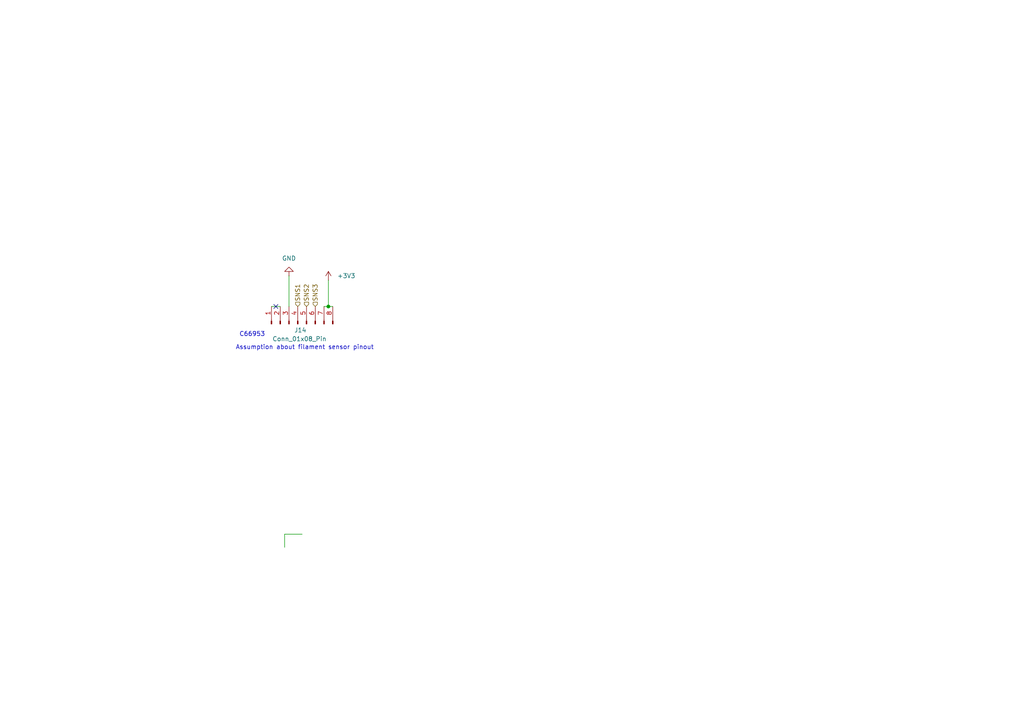
<source format=kicad_sch>
(kicad_sch (version 20250114) (generator "eeschema") (generator_version "9.0")
  (paper "A4")
  (lib_symbols
    (symbol "Connector:Conn_01x08_Pin" (pin_names (offset 1.016) (hide yes))
      (property "Reference" "J" (at 0 10.16 0))
      (property "Value" "Conn_01x08_Pin" (at 0 -12.7 0))
      (symbol "Conn_01x08_Pin_1_1"
        (rectangle (start 0.8636 7.747) (end 0 7.493) (stroke (width 0.1524)) (fill (type outline)))
        (rectangle (start 0.8636 5.207) (end 0 4.953) (stroke (width 0.1524)) (fill (type outline)))
        (rectangle (start 0.8636 2.667) (end 0 2.413) (stroke (width 0.1524)) (fill (type outline)))
        (rectangle (start 0.8636 0.127) (end 0 -0.127) (stroke (width 0.1524)) (fill (type outline)))
        (rectangle (start 0.8636 -2.413) (end 0 -2.667) (stroke (width 0.1524)) (fill (type outline)))
        (rectangle (start 0.8636 -4.953) (end 0 -5.207) (stroke (width 0.1524)) (fill (type outline)))
        (rectangle (start 0.8636 -7.493) (end 0 -7.747) (stroke (width 0.1524)) (fill (type outline)))
        (rectangle (start 0.8636 -10.033) (end 0 -10.287) (stroke (width 0.1524)) (fill (type outline)))
        (polyline (pts (xy 1.27 7.62) (xy 0.8636 7.62)) (stroke (width 0.1524)))
        (polyline (pts (xy 1.27 5.08) (xy 0.8636 5.08)) (stroke (width 0.1524)))
        (polyline (pts (xy 1.27 2.54) (xy 0.8636 2.54)) (stroke (width 0.1524)))
        (polyline (pts (xy 1.27 0) (xy 0.8636 0)) (stroke (width 0.1524)))
        (polyline (pts (xy 1.27 -2.54) (xy 0.8636 -2.54)) (stroke (width 0.1524)))
        (polyline (pts (xy 1.27 -5.08) (xy 0.8636 -5.08)) (stroke (width 0.1524)))
        (polyline (pts (xy 1.27 -7.62) (xy 0.8636 -7.62)) (stroke (width 0.1524)))
        (polyline (pts (xy 1.27 -10.16) (xy 0.8636 -10.16)) (stroke (width 0.1524)))
        (pin passive line (at 5.08 7.62 180) (length 3.81) (name "Pin_1") (number "1"))
        (pin passive line (at 5.08 5.08 180) (length 3.81) (name "Pin_2") (number "2"))
        (pin passive line (at 5.08 2.54 180) (length 3.81) (name "Pin_3") (number "3"))
        (pin passive line (at 5.08 0 180) (length 3.81) (name "Pin_4") (number "4"))
        (pin passive line (at 5.08 -2.54 180) (length 3.81) (name "Pin_5") (number "5"))
        (pin passive line (at 5.08 -5.08 180) (length 3.81) (name "Pin_6") (number "6"))
        (pin passive line (at 5.08 -7.62 180) (length 3.81) (name "Pin_7") (number "7"))
        (pin passive line (at 5.08 -10.16 180) (length 3.81) (name "Pin_8") (number "8"))
      )
    )
    (symbol "power:+3V3" (power) (pin_numbers (hide yes)) (pin_names (offset 0) (hide yes))
      (property "Value" "+3V3" (at 0 3.556 0))
      (symbol "+3V3_0_1"
        (polyline (pts (xy -0.762 1.27) (xy 0 2.54)))
        (polyline (pts (xy 0 2.54) (xy 0.762 1.27)))
        (polyline (pts (xy 0 0) (xy 0 2.54)))
      )
      (symbol "+3V3_1_1"
        (pin power_in line (at 0 0 90) (length 0) (name "~") (number "1"))
      )
    )
    (symbol "power:GND" (power) (pin_numbers (hide yes)) (pin_names (offset 0) (hide yes))
      (property "Value" "GND" (at 0 -3.81 0))
      (symbol "GND_0_1"
        (polyline (pts (xy 0 0) (xy 0 -1.27) (xy 1.27 -1.27) (xy 0 -2.54) (xy -1.27 -1.27) (xy 0 -1.27)))
      )
      (symbol "GND_1_1"
        (pin power_in line (at 0 0 270) (length 0) (name "~") (number "1"))
      )
    )
  )
  (text "C66953" (at 73.152 97.028 0) (effects (font (size 1.27 1.27))))
  (text "Assumption about filament sensor pinout" (at 88.392 100.838 0) (effects (font (size 1.27 1.27))))
  (junction (at 95.25 88.9))
  (no_connect (at 80.01 88.9))
  (wire (pts (xy 95.25 88.9) (xy 96.52 88.9)))
  (wire (pts (xy 87.63 154.94) (xy 82.55 154.94)))
  (wire (pts (xy 93.98 88.9) (xy 95.25 88.9)))
  (wire (pts (xy 95.25 81.28) (xy 95.25 88.9)))
  (wire (pts (xy 78.74 88.9) (xy 81.28 88.9)))
  (wire (pts (xy 82.55 154.94) (xy 82.55 158.75)))
  (wire (pts (xy 83.82 88.9) (xy 83.82 80.01)))
  (hierarchical_label "SNS2" (shape input) (at 88.9 88.9 90))
  (hierarchical_label "SNS3" (shape input) (at 91.44 88.9 90))
  (hierarchical_label "SNS1" (shape input) (at 86.36 88.9 90))
  (symbol (lib_id "power:+3V3") (at 95.25 81.28 0) (unit 1)
    (property "Reference" "#PWR061" (effects (hide yes)))
    (property "Value" "+3V3" (at 97.79 80.0099 0) (effects (justify left)))
    (property "Description" "Power symbol creates a global label with name \"+3V3\"" (effects (hide yes)))
  )
  (symbol (lib_id "power:GND") (at 83.82 80.01 180) (unit 1)
    (property "Reference" "#PWR062" (effects (hide yes)))
    (property "Value" "GND" (at 83.82 74.93 0))
    (property "Description" "Power symbol creates a global label with name \"GND\" , ground" (effects (hide yes)))
  )
  (symbol (lib_id "Connector:Conn_01x08_Pin") (at 86.36 93.98 90) (unit 1)
    (property "Reference" "J14" (at 87.122 95.758 90))
    (property "Value" "Conn_01x08_Pin" (at 86.868 98.298 90))
    (property "Footprint" "Connector_FFC-FPC:Amphenol_F32Q-1A7x1-11008_1x08-1MP_P0.5mm_Horizontal" (effects (hide yes)))
    (property "Description" "Generic connector, single row, 01x08, script generated" (effects (hide yes)))
  )
)
</source>
